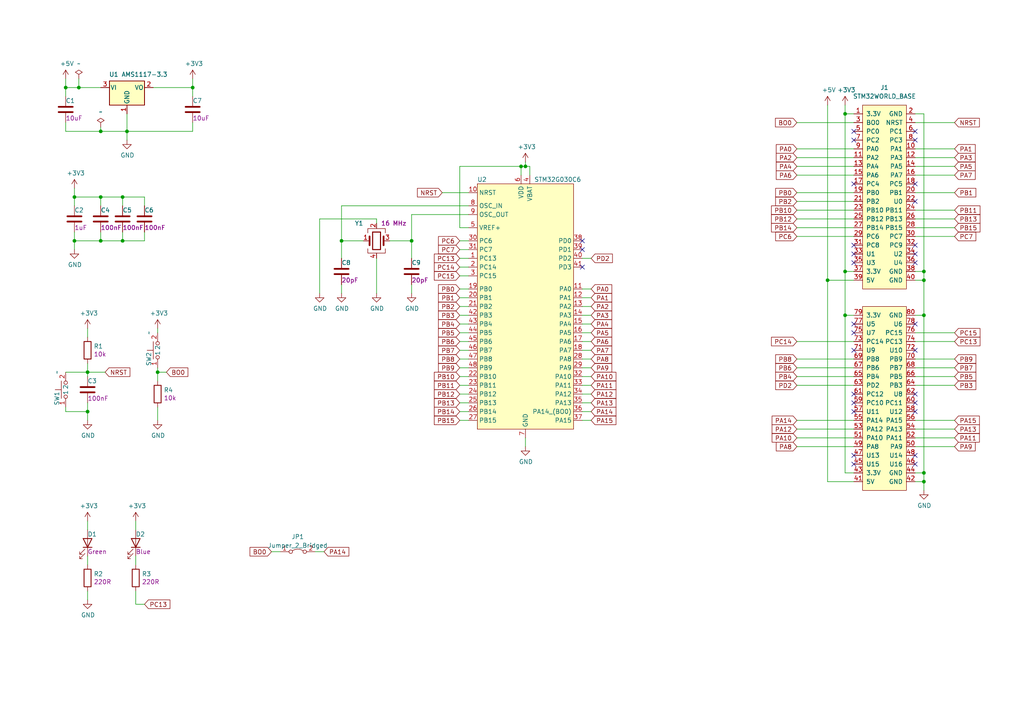
<source format=kicad_sch>
(kicad_sch (version 20211123) (generator eeschema)
  (paper "A4")
  (title_block (title "${TITLE}") (rev "${REVISION}") (company "${COMPANY}") (comment 1 "${AUTHOR}") (comment 2 "${AUTHOR_EMAIL}") (comment 3 "${URL}"))
  (lib_symbols
    (symbol "Jumper:Jumper_2_Bridged" (pin_names (offset 0) hide)
      (property "Reference" "JP" (at 0 1.905 0))
      (property "Value" "Jumper_2_Bridged" (at 0 -2.54 0))
      (symbol "Jumper_2_Bridged_0_0"
        (circle (center -2.032 0) (radius 0.508))
        (circle (center 2.032 0) (radius 0.508))
      )
      (symbol "Jumper_2_Bridged_0_1"
        (arc (start 1.524 0.254) (mid 0 0.762) (end -1.524 0.254))
      )
      (symbol "Jumper_2_Bridged_1_1"
        (pin passive line (at -5.08 0 0) (length 2.54) (name "A") (number "1"))
        (pin passive line (at 5.08 0 180) (length 2.54) (name "B") (number "2"))
      )
    )
    (symbol "power:+3.3V" (power) (pin_names (offset 0))
      (property "Value" "+3.3V" (at 0 3.556 0))
      (symbol "+3.3V_0_1"
        (polyline (pts (xy -0.762 1.27) (xy 0 2.54)))
        (polyline (pts (xy 0 0) (xy 0 2.54)))
        (polyline (pts (xy 0 2.54) (xy 0.762 1.27)))
      )
      (symbol "+3.3V_1_1"
        (pin power_in line (at 0 0 90) (length 0) hide (name "+3V3") (number "1"))
      )
    )
    (symbol "power:+5V" (power) (pin_names (offset 0))
      (property "Value" "+5V" (at 0 3.556 0))
      (symbol "+5V_0_1"
        (polyline (pts (xy -0.762 1.27) (xy 0 2.54)))
        (polyline (pts (xy 0 0) (xy 0 2.54)))
        (polyline (pts (xy 0 2.54) (xy 0.762 1.27)))
      )
      (symbol "+5V_1_1"
        (pin power_in line (at 0 0 90) (length 0) hide (name "+5V") (number "1"))
      )
    )
    (symbol "power:GND" (power) (pin_names (offset 0))
      (property "Value" "GND" (at 0 -3.81 0))
      (symbol "GND_0_1"
        (polyline (pts (xy 0 0) (xy 0 -1.27) (xy 1.27 -1.27) (xy 0 -2.54) (xy -1.27 -1.27) (xy 0 -1.27)))
      )
      (symbol "GND_1_1"
        (pin power_in line (at 0 0 270) (length 0) hide (name "GND") (number "1"))
      )
    )
    (symbol "power:PWR_FLAG" (power) (pin_numbers hide) (pin_names (offset 0) hide)
      (property "Value" "PWR_FLAG" (at 0 3.81 0))
      (symbol "PWR_FLAG_0_0"
        (pin power_out line (at 0 0 90) (length 0) (name "pwr") (number "1"))
      )
      (symbol "PWR_FLAG_0_1"
        (polyline (pts (xy 0 0) (xy 0 1.27) (xy -1.016 1.905) (xy 0 2.54) (xy 1.016 1.905) (xy 0 1.27)))
      )
    )
    (symbol "stm32world:AMS1117-3.3" (pin_names (offset 0.254))
      (property "Reference" "U" (at -3.81 3.175 0))
      (property "Value" "AMS1117-3.3" (at 0 3.175 0))
      (symbol "AMS1117-3.3_0_1"
        (rectangle (start -5.08 -5.08) (end 5.08 1.905) (stroke (width 0.254)) (fill (type background)))
      )
      (symbol "AMS1117-3.3_1_1"
        (pin power_in line (at 0 -7.62 90) (length 2.54) (name "GND") (number "1"))
        (pin power_out line (at 7.62 0 180) (length 2.54) (name "VO") (number "2"))
        (pin power_in line (at -7.62 0 0) (length 2.54) (name "VI") (number "3"))
      )
    )
    (symbol "stm32world:C_100NF_0603" (pin_numbers hide) (pin_names (offset 0.254))
      (property "Reference" "C" (at 0.635 2.54 0))
      (property "Display" "100nF" (at 3.81 -2.54 0))
      (symbol "C_100NF_0603_0_1"
        (polyline (pts (xy -2.032 -0.762) (xy 2.032 -0.762)) (stroke (width 0.508)))
        (polyline (pts (xy -2.032 0.762) (xy 2.032 0.762)) (stroke (width 0.508)))
      )
      (symbol "C_100NF_0603_1_1"
        (pin passive line (at 0 3.81 270) (length 2.794) (name "~") (number "1"))
        (pin passive line (at 0 -3.81 90) (length 2.794) (name "~") (number "2"))
      )
    )
    (symbol "stm32world:C_10UF_0805" (pin_numbers hide) (pin_names (offset 0.254))
      (property "Reference" "C" (at 0.635 2.54 0))
      (property "Display" "10uF" (at 3.81 -2.54 0))
      (symbol "C_10UF_0805_0_1"
        (polyline (pts (xy -2.032 -0.762) (xy 2.032 -0.762)) (stroke (width 0.508)))
        (polyline (pts (xy -2.032 0.762) (xy 2.032 0.762)) (stroke (width 0.508)))
      )
      (symbol "C_10UF_0805_1_1"
        (pin passive line (at 0 3.81 270) (length 2.794) (name "~") (number "1"))
        (pin passive line (at 0 -3.81 90) (length 2.794) (name "~") (number "2"))
      )
    )
    (symbol "stm32world:C_1UF_0603" (pin_numbers hide) (pin_names (offset 0.254))
      (property "Reference" "C" (at 0.635 2.54 0))
      (property "Display" "1uF" (at 3.81 -2.54 0))
      (symbol "C_1UF_0603_0_1"
        (polyline (pts (xy -2.032 -0.762) (xy 2.032 -0.762)) (stroke (width 0.508)))
        (polyline (pts (xy -2.032 0.762) (xy 2.032 0.762)) (stroke (width 0.508)))
      )
      (symbol "C_1UF_0603_1_1"
        (pin passive line (at 0 3.81 270) (length 2.794) (name "~") (number "1"))
        (pin passive line (at 0 -3.81 90) (length 2.794) (name "~") (number "2"))
      )
    )
    (symbol "stm32world:C_20PF_0603" (pin_numbers hide) (pin_names (offset 0.254))
      (property "Reference" "C" (at 0.635 2.54 0))
      (property "Display" "20pF" (at 3.81 -2.54 0))
      (symbol "C_20PF_0603_0_1"
        (polyline (pts (xy -2.032 -0.762) (xy 2.032 -0.762)) (stroke (width 0.508)))
        (polyline (pts (xy -2.032 0.762) (xy 2.032 0.762)) (stroke (width 0.508)))
      )
      (symbol "C_20PF_0603_1_1"
        (pin passive line (at 0 3.81 270) (length 2.794) (name "~") (number "1"))
        (pin passive line (at 0 -3.81 90) (length 2.794) (name "~") (number "2"))
      )
    )
    (symbol "stm32world:LED_BLUE_0603" (pin_numbers hide) (pin_names (offset 1.016) hide)
      (property "Reference" "D" (at -2.54 2.54 0))
      (property "Display" "Blue" (at 2.54 2.54 0))
      (symbol "LED_BLUE_0603_0_1"
        (polyline (pts (xy -1.27 -1.27) (xy -1.27 1.27)) (stroke (width 0.254)))
        (polyline (pts (xy -1.27 0) (xy 1.27 0)))
        (polyline (pts (xy 1.27 -1.27) (xy 1.27 1.27) (xy -1.27 0) (xy 1.27 -1.27)) (stroke (width 0.254)))
        (polyline (pts (xy -3.048 -0.762) (xy -4.572 -2.286) (xy -3.81 -2.286) (xy -4.572 -2.286) (xy -4.572 -1.524)))
        (polyline (pts (xy -1.778 -0.762) (xy -3.302 -2.286) (xy -2.54 -2.286) (xy -3.302 -2.286) (xy -3.302 -1.524)))
      )
      (symbol "LED_BLUE_0603_1_1"
        (pin passive line (at -3.81 0 0) (length 2.54) (name "K") (number "1"))
        (pin passive line (at 3.81 0 180) (length 2.54) (name "A") (number "2"))
      )
    )
    (symbol "stm32world:LED_GREEN_0603" (pin_numbers hide) (pin_names (offset 1.016) hide)
      (property "Reference" "D" (at -2.54 2.54 0))
      (property "Display" "Green" (at 2.54 2.54 0))
      (symbol "LED_GREEN_0603_0_1"
        (polyline (pts (xy -1.27 -1.27) (xy -1.27 1.27)) (stroke (width 0.254)))
        (polyline (pts (xy -1.27 0) (xy 1.27 0)))
        (polyline (pts (xy 1.27 -1.27) (xy 1.27 1.27) (xy -1.27 0) (xy 1.27 -1.27)) (stroke (width 0.254)))
        (polyline (pts (xy -3.048 -0.762) (xy -4.572 -2.286) (xy -3.81 -2.286) (xy -4.572 -2.286) (xy -4.572 -1.524)))
        (polyline (pts (xy -1.778 -0.762) (xy -3.302 -2.286) (xy -2.54 -2.286) (xy -3.302 -2.286) (xy -3.302 -1.524)))
      )
      (symbol "LED_GREEN_0603_1_1"
        (pin passive line (at -3.81 0 0) (length 2.54) (name "K") (number "1"))
        (pin passive line (at 3.81 0 180) (length 2.54) (name "A") (number "2"))
      )
    )
    (symbol "stm32world:R_10K_0603" (pin_numbers hide) (pin_names (offset 0))
      (property "Reference" "R" (at 2.54 2.54 90))
      (property "Display" "10k" (at 2.54 -1.27 90))
      (symbol "R_10K_0603_0_1"
        (rectangle (start -1.016 -2.54) (end 1.016 2.54) (stroke (width 0.254)))
      )
      (symbol "R_10K_0603_1_1"
        (pin passive line (at 0 3.81 270) (length 1.27) (name "~") (number "1"))
        (pin passive line (at 0 -3.81 90) (length 1.27) (name "~") (number "2"))
      )
    )
    (symbol "stm32world:R_220_0603" (pin_numbers hide) (pin_names (offset 0))
      (property "Reference" "R" (at 2.54 2.54 90))
      (property "Display" "220R" (at 2.54 -1.27 90))
      (symbol "R_220_0603_0_1"
        (rectangle (start -1.016 -2.54) (end 1.016 2.54) (stroke (width 0.254)))
      )
      (symbol "R_220_0603_1_1"
        (pin passive line (at 0 3.81 270) (length 1.27) (name "~") (number "1"))
        (pin passive line (at 0 -3.81 90) (length 1.27) (name "~") (number "2"))
      )
    )
    (symbol "stm32world:STM32G030C6"
      (property "Reference" "U" (at -8.89 36.83 0))
      (property "Value" "STM32G030C6" (at 10.16 36.83 0))
      (symbol "STM32G030C6_0_1"
        (rectangle (start -13.97 35.56) (end 13.97 -35.56) (stroke (width 0.1524)) (fill (type background)))
      )
      (symbol "STM32G030C6_1_1"
        (pin bidirectional line (at -16.51 13.97 0) (length 2.54) (name "PC13") (number "1"))
        (pin input line (at -16.51 33.02 0) (length 2.54) (name "NRST") (number "10"))
        (pin bidirectional line (at 16.51 5.08 180) (length 2.54) (name "PA0") (number "11"))
        (pin bidirectional line (at 16.51 2.54 180) (length 2.54) (name "PA1") (number "12"))
        (pin bidirectional line (at 16.51 0 180) (length 2.54) (name "PA2") (number "13"))
        (pin bidirectional line (at 16.51 -2.54 180) (length 2.54) (name "PA3") (number "14"))
        (pin bidirectional line (at 16.51 -5.08 180) (length 2.54) (name "PA4") (number "15"))
        (pin bidirectional line (at 16.51 -7.62 180) (length 2.54) (name "PA5") (number "16"))
        (pin bidirectional line (at 16.51 -10.16 180) (length 2.54) (name "PA6") (number "17"))
        (pin bidirectional line (at 16.51 -12.7 180) (length 2.54) (name "PA7") (number "18"))
        (pin bidirectional line (at -16.51 5.08 0) (length 2.54) (name "PB0") (number "19"))
        (pin bidirectional line (at -16.51 11.43 0) (length 2.54) (name "PC14") (number "2"))
        (pin bidirectional line (at -16.51 2.54 0) (length 2.54) (name "PB1") (number "20"))
        (pin bidirectional line (at -16.51 0 0) (length 2.54) (name "PB2") (number "21"))
        (pin bidirectional line (at -16.51 -20.32 0) (length 2.54) (name "PB10") (number "22"))
        (pin bidirectional line (at -16.51 -22.86 0) (length 2.54) (name "PB11") (number "23"))
        (pin bidirectional line (at -16.51 -25.4 0) (length 2.54) (name "PB12") (number "24"))
        (pin bidirectional line (at -16.51 -27.94 0) (length 2.54) (name "PB13") (number "25"))
        (pin bidirectional line (at -16.51 -30.48 0) (length 2.54) (name "PB14") (number "26"))
        (pin bidirectional line (at -16.51 -33.02 0) (length 2.54) (name "PB15") (number "27"))
        (pin bidirectional line (at 16.51 -15.24 180) (length 2.54) (name "PA8") (number "28"))
        (pin bidirectional line (at 16.51 -17.78 180) (length 2.54) (name "PA9") (number "29"))
        (pin bidirectional line (at -16.51 8.89 0) (length 2.54) (name "PC15") (number "3"))
        (pin bidirectional line (at -16.51 19.05 0) (length 2.54) (name "PC6") (number "30"))
        (pin bidirectional line (at -16.51 16.51 0) (length 2.54) (name "PC7") (number "31"))
        (pin bidirectional line (at 16.51 -20.32 180) (length 2.54) (name "PA10") (number "32"))
        (pin bidirectional line (at 16.51 -22.86 180) (length 2.54) (name "PA11") (number "33"))
        (pin bidirectional line (at 16.51 -25.4 180) (length 2.54) (name "PA12") (number "34"))
        (pin bidirectional line (at 16.51 -27.94 180) (length 2.54) (name "PA13") (number "35"))
        (pin bidirectional line (at 16.51 -30.48 180) (length 2.54) (name "PA14_(BO0)") (number "36"))
        (pin bidirectional line (at 16.51 -33.02 180) (length 2.54) (name "PA15") (number "37"))
        (pin bidirectional line (at 16.51 19.05 180) (length 2.54) (name "PD0") (number "38"))
        (pin bidirectional line (at 16.51 16.51 180) (length 2.54) (name "PD1") (number "39"))
        (pin power_in line (at 1.27 38.1 270) (length 2.54) (name "VBAT") (number "4"))
        (pin bidirectional line (at 16.51 13.97 180) (length 2.54) (name "PD2") (number "40"))
        (pin bidirectional line (at 16.51 11.43 180) (length 2.54) (name "PD3") (number "41"))
        (pin bidirectional line (at -16.51 -2.54 0) (length 2.54) (name "PB3") (number "42"))
        (pin bidirectional line (at -16.51 -5.08 0) (length 2.54) (name "PB4") (number "43"))
        (pin bidirectional line (at -16.51 -7.62 0) (length 2.54) (name "PB5") (number "44"))
        (pin bidirectional line (at -16.51 -10.16 0) (length 2.54) (name "PB6") (number "45"))
        (pin bidirectional line (at -16.51 -12.7 0) (length 2.54) (name "PB7") (number "46"))
        (pin bidirectional line (at -16.51 -15.24 0) (length 2.54) (name "PB8") (number "47"))
        (pin bidirectional line (at -16.51 -17.78 0) (length 2.54) (name "PB9") (number "48"))
        (pin power_in line (at -16.51 22.86 0) (length 2.54) (name "VREF+") (number "5"))
        (pin power_in line (at -1.27 38.1 270) (length 2.54) (name "VDD") (number "6"))
        (pin power_in line (at 0 -38.1 90) (length 2.54) (name "GND") (number "7"))
        (pin input line (at -16.51 29.21 0) (length 2.54) (name "OSC_IN") (number "8"))
        (pin output line (at -16.51 26.67 0) (length 2.54) (name "OSC_OUT") (number "9"))
      )
    )
    (symbol "stm32world:STM32WORLD_BASE" (pin_names (offset 1.016))
      (property "Reference" "J" (at -6.35 57.15 0))
      (property "Value" "STM32WORLD_BASE" (at 10.16 57.15 0))
      (symbol "STM32WORLD_BASE_0_1"
        (rectangle (start -6.35 55.88) (end 6.35 2.54) (fill (type background)))
        (rectangle (start 6.35 -2.54) (end -6.35 -55.88) (fill (type background)))
      )
      (symbol "STM32WORLD_BASE_1_1"
        (pin passive line (at -8.89 53.34 0) (length 2.54) (name "3.3V") (number "1"))
        (pin passive line (at 8.89 43.18 180) (length 2.54) (name "PA1") (number "10"))
        (pin passive line (at -8.89 40.64 0) (length 2.54) (name "PA2") (number "11"))
        (pin passive line (at 8.89 40.64 180) (length 2.54) (name "PA3") (number "12"))
        (pin passive line (at -8.89 38.1 0) (length 2.54) (name "PA4") (number "13"))
        (pin passive line (at 8.89 38.1 180) (length 2.54) (name "PA5") (number "14"))
        (pin passive line (at -8.89 35.56 0) (length 2.54) (name "PA6") (number "15"))
        (pin passive line (at 8.89 35.56 180) (length 2.54) (name "PA7") (number "16"))
        (pin passive line (at -8.89 33.02 0) (length 2.54) (name "PC4") (number "17"))
        (pin passive line (at 8.89 33.02 180) (length 2.54) (name "PC5") (number "18"))
        (pin passive line (at -8.89 30.48 0) (length 2.54) (name "PB0") (number "19"))
        (pin passive line (at 8.89 53.34 180) (length 2.54) (name "GND") (number "2"))
        (pin passive line (at 8.89 30.48 180) (length 2.54) (name "PB1") (number "20"))
        (pin passive line (at -8.89 27.94 0) (length 2.54) (name "PB2") (number "21"))
        (pin passive line (at 8.89 27.94 180) (length 2.54) (name "U0") (number "22"))
        (pin passive line (at -8.89 25.4 0) (length 2.54) (name "PB10") (number "23"))
        (pin passive line (at 8.89 25.4 180) (length 2.54) (name "PB11") (number "24"))
        (pin passive line (at -8.89 22.86 0) (length 2.54) (name "PB12") (number "25"))
        (pin passive line (at 8.89 22.86 180) (length 2.54) (name "PB13") (number "26"))
        (pin passive line (at -8.89 20.32 0) (length 2.54) (name "PB14") (number "27"))
        (pin passive line (at 8.89 20.32 180) (length 2.54) (name "PB15") (number "28"))
        (pin passive line (at -8.89 17.78 0) (length 2.54) (name "PC6") (number "29"))
        (pin passive line (at -8.89 50.8 0) (length 2.54) (name "BO0") (number "3"))
        (pin passive line (at 8.89 17.78 180) (length 2.54) (name "PC7") (number "30"))
        (pin passive line (at -8.89 15.24 0) (length 2.54) (name "PC8") (number "31"))
        (pin passive line (at 8.89 15.24 180) (length 2.54) (name "PC9") (number "32"))
        (pin passive line (at -8.89 12.7 0) (length 2.54) (name "U1") (number "33"))
        (pin passive line (at 8.89 12.7 180) (length 2.54) (name "U2") (number "34"))
        (pin passive line (at -8.89 10.16 0) (length 2.54) (name "U3") (number "35"))
        (pin passive line (at 8.89 10.16 180) (length 2.54) (name "U4") (number "36"))
        (pin passive line (at -8.89 7.62 0) (length 2.54) (name "3.3V") (number "37"))
        (pin passive line (at 8.89 7.62 180) (length 2.54) (name "GND") (number "38"))
        (pin passive line (at -8.89 5.08 0) (length 2.54) (name "5V") (number "39"))
        (pin passive line (at 8.89 50.8 180) (length 2.54) (name "NRST") (number "4"))
        (pin passive line (at 8.89 5.08 180) (length 2.54) (name "GND") (number "40"))
        (pin passive line (at -8.89 -53.34 0) (length 2.54) (name "5V") (number "41"))
        (pin passive line (at 8.89 -53.34 180) (length 2.54) (name "GND") (number "42"))
        (pin passive line (at -8.89 -50.8 0) (length 2.54) (name "3.3V") (number "43"))
        (pin passive line (at 8.89 -50.8 180) (length 2.54) (name "GND") (number "44"))
        (pin passive line (at -8.89 -48.26 0) (length 2.54) (name "U15") (number "45"))
        (pin passive line (at 8.89 -48.26 180) (length 2.54) (name "U16") (number "46"))
        (pin passive line (at -8.89 -45.72 0) (length 2.54) (name "U13") (number "47"))
        (pin passive line (at 8.89 -45.72 180) (length 2.54) (name "U14") (number "48"))
        (pin passive line (at -8.89 -43.18 0) (length 2.54) (name "PA8") (number "49"))
        (pin passive line (at -8.89 48.26 0) (length 2.54) (name "PC0") (number "5"))
        (pin passive line (at 8.89 -43.18 180) (length 2.54) (name "PA9") (number "50"))
        (pin passive line (at -8.89 -40.64 0) (length 2.54) (name "PA10") (number "51"))
        (pin passive line (at 8.89 -40.64 180) (length 2.54) (name "PA11") (number "52"))
        (pin passive line (at -8.89 -38.1 0) (length 2.54) (name "PA12") (number "53"))
        (pin passive line (at 8.89 -38.1 180) (length 2.54) (name "PA13") (number "54"))
        (pin passive line (at -8.89 -35.56 0) (length 2.54) (name "PA14") (number "55"))
        (pin passive line (at 8.89 -35.56 180) (length 2.54) (name "PA15") (number "56"))
        (pin passive line (at -8.89 -33.02 0) (length 2.54) (name "U11") (number "57"))
        (pin passive line (at 8.89 -33.02 180) (length 2.54) (name "U12") (number "58"))
        (pin passive line (at -8.89 -30.48 0) (length 2.54) (name "PC10") (number "59"))
        (pin passive line (at 8.89 48.26 180) (length 2.54) (name "PC1") (number "6"))
        (pin passive line (at 8.89 -30.48 180) (length 2.54) (name "PC11") (number "60"))
        (pin passive line (at -8.89 -27.94 0) (length 2.54) (name "PC12") (number "61"))
        (pin passive line (at 8.89 -27.94 180) (length 2.54) (name "U8") (number "62"))
        (pin passive line (at -8.89 -25.4 0) (length 2.54) (name "PD2") (number "63"))
        (pin passive line (at 8.89 -25.4 180) (length 2.54) (name "PB3") (number "64"))
        (pin passive line (at -8.89 -22.86 0) (length 2.54) (name "PB4") (number "65"))
        (pin passive line (at 8.89 -22.86 180) (length 2.54) (name "PB5") (number "66"))
        (pin passive line (at -8.89 -20.32 0) (length 2.54) (name "PB6") (number "67"))
        (pin passive line (at 8.89 -20.32 180) (length 2.54) (name "PB7") (number "68"))
        (pin passive line (at -8.89 -17.78 0) (length 2.54) (name "PB8") (number "69"))
        (pin passive line (at -8.89 45.72 0) (length 2.54) (name "PC2") (number "7"))
        (pin passive line (at 8.89 -17.78 180) (length 2.54) (name "PB9") (number "70"))
        (pin passive line (at -8.89 -15.24 0) (length 2.54) (name "U9") (number "71"))
        (pin passive line (at 8.89 -15.24 180) (length 2.54) (name "U10") (number "72"))
        (pin passive line (at -8.89 -12.7 0) (length 2.54) (name "PC14") (number "73"))
        (pin passive line (at 8.89 -12.7 180) (length 2.54) (name "PC13") (number "74"))
        (pin passive line (at -8.89 -10.16 0) (length 2.54) (name "U7") (number "75"))
        (pin passive line (at 8.89 -10.16 180) (length 2.54) (name "PC15") (number "76"))
        (pin passive line (at -8.89 -7.62 0) (length 2.54) (name "U5") (number "77"))
        (pin passive line (at 8.89 -7.62 180) (length 2.54) (name "U6") (number "78"))
        (pin passive line (at -8.89 -5.08 0) (length 2.54) (name "3.3V") (number "79"))
        (pin passive line (at 8.89 45.72 180) (length 2.54) (name "PC3") (number "8"))
        (pin passive line (at 8.89 -5.08 180) (length 2.54) (name "GND") (number "80"))
        (pin passive line (at -8.89 43.18 0) (length 2.54) (name "PA0") (number "9"))
      )
    )
    (symbol "stm32world:TS-1088R-02526" (pin_names (offset 1.016))
      (property "Reference" "SW" (at 0 3.81 0))
      (property "Value" "TS-1088R-02526" (at 0 -2.54 0))
      (symbol "TS-1088R-02526_1_1"
        (circle (center -2.032 0) (radius 0.508))
        (polyline (pts (xy 0 1.27) (xy 0 3.048)))
        (polyline (pts (xy 2.54 1.27) (xy -2.54 1.27)))
        (circle (center 2.032 0) (radius 0.508))
        (pin passive line (at -5.08 0 0) (length 2.54) (name "1") (number "1"))
        (pin passive line (at 5.08 0 180) (length 2.54) (name "2") (number "2"))
      )
    )
    (symbol "stm32world:X_16MHZ" (pin_names (offset 1.016) hide)
      (property "Reference" "Y" (at -5.08 5.08 0))
      (property "Display" "16 MHz" (at 5.08 5.08 0))
      (symbol "X_16MHZ_0_1"
        (rectangle (start -1.143 2.54) (end 1.143 -2.54) (stroke (width 0.3048)))
        (polyline (pts (xy -2.54 0) (xy -2.032 0)))
        (polyline (pts (xy -2.032 -1.27) (xy -2.032 1.27)) (stroke (width 0.508)))
        (polyline (pts (xy 0 -3.81) (xy 0 -3.556)))
        (polyline (pts (xy 0 3.556) (xy 0 3.81)))
        (polyline (pts (xy 2.032 -1.27) (xy 2.032 1.27)) (stroke (width 0.508)))
        (polyline (pts (xy 2.032 0) (xy 2.54 0)))
        (polyline (pts (xy -2.54 -2.286) (xy -2.54 -3.556) (xy 2.54 -3.556) (xy 2.54 -2.286)))
        (polyline (pts (xy -2.54 2.286) (xy -2.54 3.556) (xy 2.54 3.556) (xy 2.54 2.286)))
      )
      (symbol "X_16MHZ_1_1"
        (pin passive line (at -3.81 0 0) (length 1.27) (name "1") (number "1"))
        (pin passive line (at 0 5.08 270) (length 1.27) (name "2") (number "2"))
        (pin passive line (at 3.81 0 180) (length 1.27) (name "3") (number "3"))
        (pin passive line (at 0 -5.08 90) (length 1.27) (name "4") (number "4"))
      )
    )
  )
  (junction (at 36.83 38.1))
  (junction (at 19.05 25.4))
  (junction (at 45.72 107.95))
  (junction (at 245.11 33.02))
  (junction (at 99.06 69.85))
  (junction (at 267.97 81.28))
  (junction (at 25.4 119.38))
  (junction (at 29.21 57.15))
  (junction (at 29.21 38.1))
  (junction (at 267.97 137.16))
  (junction (at 119.38 69.85))
  (junction (at 267.97 91.44))
  (junction (at 21.59 69.85))
  (junction (at 267.97 78.74))
  (junction (at 55.88 25.4))
  (junction (at 29.21 69.85))
  (junction (at 245.11 91.44))
  (junction (at 25.4 107.95))
  (junction (at 151.13 48.26))
  (junction (at 245.11 78.74))
  (junction (at 267.97 139.7))
  (junction (at 152.4 48.26))
  (junction (at 35.56 69.85))
  (junction (at 21.59 57.15))
  (junction (at 35.56 57.15))
  (junction (at 22.86 25.4))
  (junction (at 240.03 81.28))
  (no_connect (at 247.65 40.64))
  (no_connect (at 247.65 38.1))
  (no_connect (at 168.91 77.47))
  (no_connect (at 168.91 72.39))
  (no_connect (at 168.91 69.85))
  (no_connect (at 247.65 93.98))
  (no_connect (at 247.65 96.52))
  (no_connect (at 247.65 101.6))
  (no_connect (at 247.65 116.84))
  (no_connect (at 247.65 134.62))
  (no_connect (at 247.65 132.08))
  (no_connect (at 247.65 119.38))
  (no_connect (at 265.43 101.6))
  (no_connect (at 265.43 93.98))
  (no_connect (at 247.65 114.3))
  (no_connect (at 265.43 119.38))
  (no_connect (at 265.43 114.3))
  (no_connect (at 265.43 116.84))
  (no_connect (at 265.43 134.62))
  (no_connect (at 265.43 132.08))
  (no_connect (at 247.65 71.12))
  (no_connect (at 247.65 73.66))
  (no_connect (at 247.65 76.2))
  (no_connect (at 247.65 53.34))
  (no_connect (at 265.43 38.1))
  (no_connect (at 265.43 53.34))
  (no_connect (at 265.43 58.42))
  (no_connect (at 265.43 40.64))
  (no_connect (at 265.43 71.12))
  (no_connect (at 265.43 73.66))
  (no_connect (at 265.43 76.2))
  (wire (pts (xy 109.22 74.93) (xy 109.22 85.09)))
  (wire (pts (xy 231.14 45.72) (xy 247.65 45.72)))
  (wire (pts (xy 41.91 57.15) (xy 35.56 57.15)))
  (wire (pts (xy 25.4 95.25) (xy 25.4 97.79)))
  (wire (pts (xy 231.14 60.96) (xy 247.65 60.96)))
  (wire (pts (xy 265.43 81.28) (xy 267.97 81.28)))
  (wire (pts (xy 231.14 68.58) (xy 247.65 68.58)))
  (wire (pts (xy 133.35 121.92) (xy 135.89 121.92)))
  (wire (pts (xy 133.35 104.14) (xy 135.89 104.14)))
  (wire (pts (xy 231.14 129.54) (xy 247.65 129.54)))
  (wire (pts (xy 265.43 96.52) (xy 276.86 96.52)))
  (wire (pts (xy 99.06 69.85) (xy 99.06 74.93)))
  (wire (pts (xy 45.72 107.95) (xy 45.72 110.49)))
  (wire (pts (xy 133.35 86.36) (xy 135.89 86.36)))
  (wire (pts (xy 265.43 137.16) (xy 267.97 137.16)))
  (wire (pts (xy 133.35 88.9) (xy 135.89 88.9)))
  (wire (pts (xy 133.35 101.6) (xy 135.89 101.6)))
  (wire (pts (xy 109.22 64.77) (xy 109.22 63.5)))
  (wire (pts (xy 29.21 38.1) (xy 36.83 38.1)))
  (wire (pts (xy 29.21 57.15) (xy 29.21 59.69)))
  (wire (pts (xy 133.35 74.93) (xy 135.89 74.93)))
  (wire (pts (xy 267.97 142.24) (xy 267.97 139.7)))
  (wire (pts (xy 21.59 67.31) (xy 21.59 69.85)))
  (wire (pts (xy 168.91 116.84) (xy 171.45 116.84)))
  (wire (pts (xy 30.48 107.95) (xy 25.4 107.95)))
  (wire (pts (xy 265.43 78.74) (xy 267.97 78.74)))
  (wire (pts (xy 35.56 59.69) (xy 35.56 57.15)))
  (wire (pts (xy 267.97 137.16) (xy 267.97 91.44)))
  (wire (pts (xy 133.35 80.01) (xy 135.89 80.01)))
  (wire (pts (xy 29.21 69.85) (xy 29.21 67.31)))
  (wire (pts (xy 267.97 139.7) (xy 267.97 137.16)))
  (wire (pts (xy 41.91 69.85) (xy 41.91 67.31)))
  (wire (pts (xy 133.35 116.84) (xy 135.89 116.84)))
  (wire (pts (xy 133.35 109.22) (xy 135.89 109.22)))
  (wire (pts (xy 265.43 55.88) (xy 276.86 55.88)))
  (wire (pts (xy 119.38 62.23) (xy 119.38 69.85)))
  (wire (pts (xy 21.59 57.15) (xy 29.21 57.15)))
  (wire (pts (xy 265.43 109.22) (xy 276.86 109.22)))
  (wire (pts (xy 39.37 161.29) (xy 39.37 163.83)))
  (wire (pts (xy 133.35 83.82) (xy 135.89 83.82)))
  (wire (pts (xy 21.59 57.15) (xy 21.59 54.61)))
  (wire (pts (xy 133.35 48.26) (xy 151.13 48.26)))
  (wire (pts (xy 36.83 38.1) (xy 55.88 38.1)))
  (wire (pts (xy 133.35 114.3) (xy 135.89 114.3)))
  (wire (pts (xy 231.14 66.04) (xy 247.65 66.04)))
  (wire (pts (xy 231.14 43.18) (xy 247.65 43.18)))
  (wire (pts (xy 267.97 91.44) (xy 267.97 81.28)))
  (wire (pts (xy 119.38 62.23) (xy 135.89 62.23)))
  (wire (pts (xy 240.03 81.28) (xy 240.03 30.48)))
  (wire (pts (xy 168.91 106.68) (xy 171.45 106.68)))
  (wire (pts (xy 133.35 99.06) (xy 135.89 99.06)))
  (wire (pts (xy 135.89 66.04) (xy 133.35 66.04)))
  (wire (pts (xy 265.43 50.8) (xy 276.86 50.8)))
  (wire (pts (xy 99.06 82.55) (xy 99.06 85.09)))
  (wire (pts (xy 21.59 69.85) (xy 29.21 69.85)))
  (wire (pts (xy 133.35 72.39) (xy 135.89 72.39)))
  (wire (pts (xy 245.11 137.16) (xy 247.65 137.16)))
  (wire (pts (xy 240.03 81.28) (xy 247.65 81.28)))
  (wire (pts (xy 265.43 104.14) (xy 276.86 104.14)))
  (wire (pts (xy 231.14 48.26) (xy 247.65 48.26)))
  (wire (pts (xy 133.35 96.52) (xy 135.89 96.52)))
  (wire (pts (xy 39.37 151.13) (xy 39.37 153.67)))
  (wire (pts (xy 133.35 106.68) (xy 135.89 106.68)))
  (wire (pts (xy 133.35 119.38) (xy 135.89 119.38)))
  (wire (pts (xy 25.4 153.67) (xy 25.4 151.13)))
  (wire (pts (xy 168.91 88.9) (xy 171.45 88.9)))
  (wire (pts (xy 55.88 25.4) (xy 55.88 27.94)))
  (wire (pts (xy 133.35 66.04) (xy 133.35 48.26)))
  (wire (pts (xy 245.11 33.02) (xy 245.11 78.74)))
  (wire (pts (xy 265.43 48.26) (xy 276.86 48.26)))
  (wire (pts (xy 245.11 91.44) (xy 245.11 137.16)))
  (wire (pts (xy 231.14 109.22) (xy 247.65 109.22)))
  (wire (pts (xy 265.43 45.72) (xy 276.86 45.72)))
  (wire (pts (xy 231.14 99.06) (xy 247.65 99.06)))
  (wire (pts (xy 22.86 25.4) (xy 29.21 25.4)))
  (wire (pts (xy 25.4 173.99) (xy 25.4 171.45)))
  (wire (pts (xy 29.21 36.83) (xy 29.21 38.1)))
  (wire (pts (xy 245.11 30.48) (xy 245.11 33.02)))
  (wire (pts (xy 25.4 107.95) (xy 25.4 109.22)))
  (wire (pts (xy 265.43 68.58) (xy 276.86 68.58)))
  (wire (pts (xy 153.67 48.26) (xy 153.67 50.8)))
  (wire (pts (xy 265.43 139.7) (xy 267.97 139.7)))
  (wire (pts (xy 109.22 63.5) (xy 92.71 63.5)))
  (wire (pts (xy 133.35 77.47) (xy 135.89 77.47)))
  (wire (pts (xy 168.91 101.6) (xy 171.45 101.6)))
  (wire (pts (xy 245.11 33.02) (xy 247.65 33.02)))
  (wire (pts (xy 35.56 57.15) (xy 29.21 57.15)))
  (wire (pts (xy 128.27 55.88) (xy 135.89 55.88)))
  (wire (pts (xy 267.97 78.74) (xy 267.97 33.02)))
  (wire (pts (xy 231.14 104.14) (xy 247.65 104.14)))
  (wire (pts (xy 25.4 121.92) (xy 25.4 119.38)))
  (wire (pts (xy 21.59 72.39) (xy 21.59 69.85)))
  (wire (pts (xy 265.43 66.04) (xy 276.86 66.04)))
  (wire (pts (xy 265.43 60.96) (xy 276.86 60.96)))
  (wire (pts (xy 168.91 99.06) (xy 171.45 99.06)))
  (wire (pts (xy 41.91 57.15) (xy 41.91 59.69)))
  (wire (pts (xy 265.43 129.54) (xy 276.86 129.54)))
  (wire (pts (xy 99.06 59.69) (xy 99.06 69.85)))
  (wire (pts (xy 19.05 107.95) (xy 25.4 107.95)))
  (wire (pts (xy 168.91 86.36) (xy 171.45 86.36)))
  (wire (pts (xy 133.35 91.44) (xy 135.89 91.44)))
  (wire (pts (xy 19.05 35.56) (xy 19.05 38.1)))
  (wire (pts (xy 41.91 69.85) (xy 35.56 69.85)))
  (wire (pts (xy 247.65 139.7) (xy 240.03 139.7)))
  (wire (pts (xy 265.43 121.92) (xy 276.86 121.92)))
  (wire (pts (xy 22.86 22.86) (xy 22.86 25.4)))
  (wire (pts (xy 245.11 91.44) (xy 247.65 91.44)))
  (wire (pts (xy 19.05 25.4) (xy 19.05 27.94)))
  (wire (pts (xy 21.59 57.15) (xy 21.59 59.69)))
  (wire (pts (xy 55.88 25.4) (xy 55.88 22.86)))
  (wire (pts (xy 265.43 35.56) (xy 276.86 35.56)))
  (wire (pts (xy 99.06 59.69) (xy 135.89 59.69)))
  (wire (pts (xy 245.11 78.74) (xy 247.65 78.74)))
  (wire (pts (xy 133.35 111.76) (xy 135.89 111.76)))
  (wire (pts (xy 168.91 96.52) (xy 171.45 96.52)))
  (wire (pts (xy 267.97 81.28) (xy 267.97 78.74)))
  (wire (pts (xy 231.14 35.56) (xy 247.65 35.56)))
  (wire (pts (xy 231.14 111.76) (xy 247.65 111.76)))
  (wire (pts (xy 35.56 67.31) (xy 35.56 69.85)))
  (wire (pts (xy 19.05 25.4) (xy 19.05 22.86)))
  (wire (pts (xy 240.03 139.7) (xy 240.03 81.28)))
  (wire (pts (xy 265.43 99.06) (xy 276.86 99.06)))
  (wire (pts (xy 168.91 83.82) (xy 171.45 83.82)))
  (wire (pts (xy 19.05 25.4) (xy 22.86 25.4)))
  (wire (pts (xy 267.97 33.02) (xy 265.43 33.02)))
  (wire (pts (xy 119.38 82.55) (xy 119.38 85.09)))
  (wire (pts (xy 105.41 69.85) (xy 99.06 69.85)))
  (wire (pts (xy 168.91 109.22) (xy 171.45 109.22)))
  (wire (pts (xy 231.14 124.46) (xy 247.65 124.46)))
  (wire (pts (xy 152.4 46.99) (xy 152.4 48.26)))
  (wire (pts (xy 265.43 127) (xy 276.86 127)))
  (wire (pts (xy 231.14 121.92) (xy 247.65 121.92)))
  (wire (pts (xy 19.05 38.1) (xy 29.21 38.1)))
  (wire (pts (xy 92.71 63.5) (xy 92.71 85.09)))
  (wire (pts (xy 48.26 107.95) (xy 45.72 107.95)))
  (wire (pts (xy 168.91 93.98) (xy 171.45 93.98)))
  (wire (pts (xy 168.91 119.38) (xy 171.45 119.38)))
  (wire (pts (xy 151.13 50.8) (xy 151.13 48.26)))
  (wire (pts (xy 231.14 50.8) (xy 247.65 50.8)))
  (wire (pts (xy 91.44 160.02) (xy 93.98 160.02)))
  (wire (pts (xy 265.43 124.46) (xy 276.86 124.46)))
  (wire (pts (xy 231.14 106.68) (xy 247.65 106.68)))
  (wire (pts (xy 45.72 118.11) (xy 45.72 121.92)))
  (wire (pts (xy 25.4 163.83) (xy 25.4 161.29)))
  (wire (pts (xy 265.43 91.44) (xy 267.97 91.44)))
  (wire (pts (xy 231.14 58.42) (xy 247.65 58.42)))
  (wire (pts (xy 19.05 119.38) (xy 25.4 119.38)))
  (wire (pts (xy 168.91 121.92) (xy 171.45 121.92)))
  (wire (pts (xy 133.35 93.98) (xy 135.89 93.98)))
  (wire (pts (xy 36.83 33.02) (xy 36.83 38.1)))
  (wire (pts (xy 152.4 48.26) (xy 153.67 48.26)))
  (wire (pts (xy 35.56 69.85) (xy 29.21 69.85)))
  (wire (pts (xy 168.91 74.93) (xy 171.45 74.93)))
  (wire (pts (xy 151.13 48.26) (xy 152.4 48.26)))
  (wire (pts (xy 245.11 78.74) (xy 245.11 91.44)))
  (wire (pts (xy 265.43 43.18) (xy 276.86 43.18)))
  (wire (pts (xy 55.88 35.56) (xy 55.88 38.1)))
  (wire (pts (xy 39.37 175.26) (xy 41.91 175.26)))
  (wire (pts (xy 25.4 119.38) (xy 25.4 116.84)))
  (wire (pts (xy 231.14 63.5) (xy 247.65 63.5)))
  (wire (pts (xy 133.35 69.85) (xy 135.89 69.85)))
  (wire (pts (xy 265.43 111.76) (xy 276.86 111.76)))
  (wire (pts (xy 44.45 25.4) (xy 55.88 25.4)))
  (wire (pts (xy 168.91 104.14) (xy 171.45 104.14)))
  (wire (pts (xy 45.72 95.25) (xy 45.72 96.52)))
  (wire (pts (xy 45.72 106.68) (xy 45.72 107.95)))
  (wire (pts (xy 168.91 114.3) (xy 171.45 114.3)))
  (wire (pts (xy 168.91 111.76) (xy 171.45 111.76)))
  (wire (pts (xy 152.4 127) (xy 152.4 129.54)))
  (wire (pts (xy 25.4 105.41) (xy 25.4 107.95)))
  (wire (pts (xy 119.38 69.85) (xy 119.38 74.93)))
  (wire (pts (xy 231.14 55.88) (xy 247.65 55.88)))
  (wire (pts (xy 168.91 91.44) (xy 171.45 91.44)))
  (wire (pts (xy 265.43 106.68) (xy 276.86 106.68)))
  (wire (pts (xy 39.37 171.45) (xy 39.37 175.26)))
  (wire (pts (xy 36.83 40.64) (xy 36.83 38.1)))
  (wire (pts (xy 265.43 63.5) (xy 276.86 63.5)))
  (wire (pts (xy 113.03 69.85) (xy 119.38 69.85)))
  (wire (pts (xy 231.14 127) (xy 247.65 127)))
  (wire (pts (xy 19.05 118.11) (xy 19.05 119.38)))
  (wire (pts (xy 78.74 160.02) (xy 81.28 160.02)))
  (global_label "PA6" (shape input) (at 171.45 99.06 0) (property "Intersheet References" "${INTERSHEET_REFS}" (effects hide)))
  (global_label "PA3" (shape input) (at 276.86 45.72 0) (property "Intersheet References" "${INTERSHEET_REFS}" (effects hide)))
  (global_label "PA7" (shape input) (at 171.45 101.6 0) (property "Intersheet References" "${INTERSHEET_REFS}" (effects hide)))
  (global_label "PA12" (shape input) (at 231.14 124.46 180) (property "Intersheet References" "${INTERSHEET_REFS}" (effects hide)))
  (global_label "PA10" (shape input) (at 171.45 109.22 0) (property "Intersheet References" "${INTERSHEET_REFS}" (effects hide)))
  (global_label "PA11" (shape input) (at 171.45 111.76 0) (property "Intersheet References" "${INTERSHEET_REFS}" (effects hide)))
  (global_label "PB6" (shape input) (at 231.14 106.68 180) (property "Intersheet References" "${INTERSHEET_REFS}" (effects hide)))
  (global_label "PC13" (shape input) (at 41.91 175.26 0) (property "Intersheet References" "${INTERSHEET_REFS}" (effects hide)))
  (global_label "PA0" (shape input) (at 231.14 43.18 180) (property "Intersheet References" "${INTERSHEET_REFS}" (effects hide)))
  (global_label "PB1" (shape input) (at 133.35 86.36 180) (property "Intersheet References" "${INTERSHEET_REFS}" (effects hide)))
  (global_label "PB15" (shape input) (at 133.35 121.92 180) (property "Intersheet References" "${INTERSHEET_REFS}" (effects hide)))
  (global_label "PA9" (shape input) (at 171.45 106.68 0) (property "Intersheet References" "${INTERSHEET_REFS}" (effects hide)))
  (global_label "PB3" (shape input) (at 133.35 91.44 180) (property "Intersheet References" "${INTERSHEET_REFS}" (effects hide)))
  (global_label "PA4" (shape input) (at 171.45 93.98 0) (property "Intersheet References" "${INTERSHEET_REFS}" (effects hide)))
  (global_label "PC6" (shape input) (at 231.14 68.58 180) (property "Intersheet References" "${INTERSHEET_REFS}" (effects hide)))
  (global_label "PA2" (shape input) (at 171.45 88.9 0) (property "Intersheet References" "${INTERSHEET_REFS}" (effects hide)))
  (global_label "PB0" (shape input) (at 231.14 55.88 180) (property "Intersheet References" "${INTERSHEET_REFS}" (effects hide)))
  (global_label "PB13" (shape input) (at 276.86 63.5 0) (property "Intersheet References" "${INTERSHEET_REFS}" (effects hide)))
  (global_label "PB14" (shape input) (at 231.14 66.04 180) (property "Intersheet References" "${INTERSHEET_REFS}" (effects hide)))
  (global_label "PB3" (shape input) (at 276.86 111.76 0) (property "Intersheet References" "${INTERSHEET_REFS}" (effects hide)))
  (global_label "PB9" (shape input) (at 133.35 106.68 180) (property "Intersheet References" "${INTERSHEET_REFS}" (effects hide)))
  (global_label "PA13" (shape input) (at 276.86 124.46 0) (property "Intersheet References" "${INTERSHEET_REFS}" (effects hide)))
  (global_label "PA14" (shape input) (at 93.98 160.02 0) (property "Intersheet References" "${INTERSHEET_REFS}" (effects hide)))
  (global_label "PA3" (shape input) (at 171.45 91.44 0) (property "Intersheet References" "${INTERSHEET_REFS}" (effects hide)))
  (global_label "PA0" (shape input) (at 171.45 83.82 0) (property "Intersheet References" "${INTERSHEET_REFS}" (effects hide)))
  (global_label "PC6" (shape input) (at 133.35 69.85 180) (property "Intersheet References" "${INTERSHEET_REFS}" (effects hide)))
  (global_label "PC15" (shape input) (at 133.35 80.01 180) (property "Intersheet References" "${INTERSHEET_REFS}" (effects hide)))
  (global_label "PB2" (shape input) (at 231.14 58.42 180) (property "Intersheet References" "${INTERSHEET_REFS}" (effects hide)))
  (global_label "BO0" (shape input) (at 231.14 35.56 180) (property "Intersheet References" "${INTERSHEET_REFS}" (effects hide)))
  (global_label "NRST" (shape input) (at 276.86 35.56 0) (property "Intersheet References" "${INTERSHEET_REFS}" (effects hide)))
  (global_label "PA6" (shape input) (at 231.14 50.8 180) (property "Intersheet References" "${INTERSHEET_REFS}" (effects hide)))
  (global_label "PB5" (shape input) (at 276.86 109.22 0) (property "Intersheet References" "${INTERSHEET_REFS}" (effects hide)))
  (global_label "PA1" (shape input) (at 276.86 43.18 0) (property "Intersheet References" "${INTERSHEET_REFS}" (effects hide)))
  (global_label "PB10" (shape input) (at 231.14 60.96 180) (property "Intersheet References" "${INTERSHEET_REFS}" (effects hide)))
  (global_label "PC13" (shape input) (at 276.86 99.06 0) (property "Intersheet References" "${INTERSHEET_REFS}" (effects hide)))
  (global_label "PB8" (shape input) (at 133.35 104.14 180) (property "Intersheet References" "${INTERSHEET_REFS}" (effects hide)))
  (global_label "PA14" (shape input) (at 231.14 121.92 180) (property "Intersheet References" "${INTERSHEET_REFS}" (effects hide)))
  (global_label "PB12" (shape input) (at 231.14 63.5 180) (property "Intersheet References" "${INTERSHEET_REFS}" (effects hide)))
  (global_label "PB10" (shape input) (at 133.35 109.22 180) (property "Intersheet References" "${INTERSHEET_REFS}" (effects hide)))
  (global_label "PA9" (shape input) (at 276.86 129.54 0) (property "Intersheet References" "${INTERSHEET_REFS}" (effects hide)))
  (global_label "PB12" (shape input) (at 133.35 114.3 180) (property "Intersheet References" "${INTERSHEET_REFS}" (effects hide)))
  (global_label "PB6" (shape input) (at 133.35 99.06 180) (property "Intersheet References" "${INTERSHEET_REFS}" (effects hide)))
  (global_label "BO0" (shape input) (at 48.26 107.95 0) (property "Intersheet References" "${INTERSHEET_REFS}" (effects hide)))
  (global_label "BO0" (shape input) (at 78.74 160.02 180) (property "Intersheet References" "${INTERSHEET_REFS}" (effects hide)))
  (global_label "PA4" (shape input) (at 231.14 48.26 180) (property "Intersheet References" "${INTERSHEET_REFS}" (effects hide)))
  (global_label "PB13" (shape input) (at 133.35 116.84 180) (property "Intersheet References" "${INTERSHEET_REFS}" (effects hide)))
  (global_label "PC14" (shape input) (at 231.14 99.06 180) (property "Intersheet References" "${INTERSHEET_REFS}" (effects hide)))
  (global_label "PB11" (shape input) (at 133.35 111.76 180) (property "Intersheet References" "${INTERSHEET_REFS}" (effects hide)))
  (global_label "PA11" (shape input) (at 276.86 127 0) (property "Intersheet References" "${INTERSHEET_REFS}" (effects hide)))
  (global_label "PB8" (shape input) (at 231.14 104.14 180) (property "Intersheet References" "${INTERSHEET_REFS}" (effects hide)))
  (global_label "PB9" (shape input) (at 276.86 104.14 0) (property "Intersheet References" "${INTERSHEET_REFS}" (effects hide)))
  (global_label "PA8" (shape input) (at 231.14 129.54 180) (property "Intersheet References" "${INTERSHEET_REFS}" (effects hide)))
  (global_label "PA8" (shape input) (at 171.45 104.14 0) (property "Intersheet References" "${INTERSHEET_REFS}" (effects hide)))
  (global_label "PC14" (shape input) (at 133.35 77.47 180) (property "Intersheet References" "${INTERSHEET_REFS}" (effects hide)))
  (global_label "PC7" (shape input) (at 133.35 72.39 180) (property "Intersheet References" "${INTERSHEET_REFS}" (effects hide)))
  (global_label "PA5" (shape input) (at 171.45 96.52 0) (property "Intersheet References" "${INTERSHEET_REFS}" (effects hide)))
  (global_label "PB4" (shape input) (at 133.35 93.98 180) (property "Intersheet References" "${INTERSHEET_REFS}" (effects hide)))
  (global_label "PB2" (shape input) (at 133.35 88.9 180) (property "Intersheet References" "${INTERSHEET_REFS}" (effects hide)))
  (global_label "PA14" (shape input) (at 171.45 119.38 0) (property "Intersheet References" "${INTERSHEET_REFS}" (effects hide)))
  (global_label "PA15" (shape input) (at 276.86 121.92 0) (property "Intersheet References" "${INTERSHEET_REFS}" (effects hide)))
  (global_label "PA7" (shape input) (at 276.86 50.8 0) (property "Intersheet References" "${INTERSHEET_REFS}" (effects hide)))
  (global_label "PB0" (shape input) (at 133.35 83.82 180) (property "Intersheet References" "${INTERSHEET_REFS}" (effects hide)))
  (global_label "PD2" (shape input) (at 231.14 111.76 180) (property "Intersheet References" "${INTERSHEET_REFS}" (effects hide)))
  (global_label "PC13" (shape input) (at 133.35 74.93 180) (property "Intersheet References" "${INTERSHEET_REFS}" (effects hide)))
  (global_label "PB7" (shape input) (at 276.86 106.68 0) (property "Intersheet References" "${INTERSHEET_REFS}" (effects hide)))
  (global_label "PB1" (shape input) (at 276.86 55.88 0) (property "Intersheet References" "${INTERSHEET_REFS}" (effects hide)))
  (global_label "PA13" (shape input) (at 171.45 116.84 0) (property "Intersheet References" "${INTERSHEET_REFS}" (effects hide)))
  (global_label "PA12" (shape input) (at 171.45 114.3 0) (property "Intersheet References" "${INTERSHEET_REFS}" (effects hide)))
  (global_label "PB15" (shape input) (at 276.86 66.04 0) (property "Intersheet References" "${INTERSHEET_REFS}" (effects hide)))
  (global_label "NRST" (shape input) (at 128.27 55.88 180) (property "Intersheet References" "${INTERSHEET_REFS}" (effects hide)))
  (global_label "PA5" (shape input) (at 276.86 48.26 0) (property "Intersheet References" "${INTERSHEET_REFS}" (effects hide)))
  (global_label "PB11" (shape input) (at 276.86 60.96 0) (property "Intersheet References" "${INTERSHEET_REFS}" (effects hide)))
  (global_label "PC7" (shape input) (at 276.86 68.58 0) (property "Intersheet References" "${INTERSHEET_REFS}" (effects hide)))
  (global_label "NRST" (shape input) (at 30.48 107.95 0) (property "Intersheet References" "${INTERSHEET_REFS}" (effects hide)))
  (global_label "PA15" (shape input) (at 171.45 121.92 0) (property "Intersheet References" "${INTERSHEET_REFS}" (effects hide)))
  (global_label "PA10" (shape input) (at 231.14 127 180) (property "Intersheet References" "${INTERSHEET_REFS}" (effects hide)))
  (global_label "PA2" (shape input) (at 231.14 45.72 180) (property "Intersheet References" "${INTERSHEET_REFS}" (effects hide)))
  (global_label "PD2" (shape input) (at 171.45 74.93 0) (property "Intersheet References" "${INTERSHEET_REFS}" (effects hide)))
  (global_label "PA1" (shape input) (at 171.45 86.36 0) (property "Intersheet References" "${INTERSHEET_REFS}" (effects hide)))
  (global_label "PB4" (shape input) (at 231.14 109.22 180) (property "Intersheet References" "${INTERSHEET_REFS}" (effects hide)))
  (global_label "PB14" (shape input) (at 133.35 119.38 180) (property "Intersheet References" "${INTERSHEET_REFS}" (effects hide)))
  (global_label "PB7" (shape input) (at 133.35 101.6 180) (property "Intersheet References" "${INTERSHEET_REFS}" (effects hide)))
  (global_label "PC15" (shape input) (at 276.86 96.52 0) (property "Intersheet References" "${INTERSHEET_REFS}" (effects hide)))
  (global_label "PB5" (shape input) (at 133.35 96.52 180) (property "Intersheet References" "${INTERSHEET_REFS}" (effects hide)))
  (symbol (lib_id "stm32world:C_100NF_0603") (at 29.21 63.5 0) (unit 1)
    (property "Reference" "C4" (at 29.21 60.96 0) (effects (justify left)))
    (property "Value" "100nF" (effects hide))
    (property "Footprint" "Capacitor_SMD:C_0603_1608Metric" (effects hide))
    (property "Display" "100nF" (at 29.21 66.04 0) (effects (justify left)))
    (property "LCSC" "C14663" (effects hide))
  )
  (symbol (lib_id "stm32world:C_10UF_0805") (at 55.88 31.75 0) (unit 1)
    (property "Reference" "C7" (at 55.88 29.21 0) (effects (justify left)))
    (property "Value" "10uF" (effects hide))
    (property "Footprint" "Capacitor_SMD:C_0805_2012Metric" (effects hide))
    (property "Display" "10uF" (at 55.88 34.29 0) (effects (justify left)))
    (property "LCSC" "C15850" (effects hide))
  )
  (symbol (lib_id "stm32world:R_10K_0603") (at 45.72 114.3 0) (unit 1)
    (property "Reference" "R4" (at 47.498 113.1316 0) (effects (justify left)))
    (property "Value" "10k" (effects hide))
    (property "Footprint" "Resistor_SMD:R_0603_1608Metric" (effects hide))
    (property "Display" "10k" (at 47.498 115.443 0) (effects (justify left)))
    (property "LCSC" "C25804" (effects hide))
  )
  (symbol (lib_id "power:GND") (at 119.38 85.09 0) (unit 1)
    (property "Reference" "#PWR016" (effects hide))
    (property "Value" "GND" (at 119.507 89.4842 0))
  )
  (symbol (lib_id "power:GND") (at 25.4 173.99 0) (unit 1)
    (property "Reference" "#PWR07" (effects hide))
    (property "Value" "GND" (at 25.527 178.3842 0))
  )
  (symbol (lib_id "stm32world:TS-1088R-02526") (at 45.72 101.6 90) (unit 1)
    (property "Reference" "SW2" (at 43.18 104.14 0))
    (property "Value" "~" (at 43.18 96.52 0))
    (property "Footprint" "stm32world:TS-1088R-02526" (effects hide))
    (property "Datasheet" "https://datasheet.lcsc.com/szlcsc/1912111437_XUNPU-TS-1088R-02526_C455281.pdf" (effects hide))
    (property "LCSC" "C455281" (effects hide))
  )
  (symbol (lib_id "power:+5V") (at 19.05 22.86 0) (unit 1)
    (property "Reference" "#PWR01" (effects hide))
    (property "Value" "+5V" (at 19.431 18.4658 0))
  )
  (symbol (lib_id "power:GND") (at 92.71 85.09 0) (unit 1)
    (property "Reference" "#PWR013" (effects hide))
    (property "Value" "GND" (at 92.837 89.4842 0))
  )
  (symbol (lib_id "power:+3.3V") (at 55.88 22.86 0) (unit 1)
    (property "Reference" "#PWR012" (effects hide))
    (property "Value" "+3.3V" (at 56.261 18.4658 0))
  )
  (symbol (lib_id "stm32world:AMS1117-3.3") (at 36.83 25.4 0) (unit 1)
    (property "Reference" "U1" (at 33.02 21.59 0))
    (property "Value" "AMS1117-3.3" (at 41.91 21.59 0))
    (property "Footprint" "Package_TO_SOT_SMD:SOT-223-3_TabPin2" (effects hide))
    (property "Datasheet" "https://datasheet.lcsc.com/lcsc/1811142212_Advanced-Monolithic-Systems-AMS1117-3-3_C6186.pdf" (effects hide))
    (property "LCSC" "C6186" (effects hide))
  )
  (symbol (lib_id "power:+3.3V") (at 39.37 151.13 0) (unit 1)
    (property "Reference" "#PWR09" (effects hide))
    (property "Value" "+3.3V" (at 39.751 146.7358 0))
  )
  (symbol (lib_id "stm32world:R_220_0603") (at 25.4 167.64 0) (unit 1)
    (property "Reference" "R2" (at 27.178 166.4716 0) (effects (justify left)))
    (property "Value" "220R" (effects hide))
    (property "Footprint" "Resistor_SMD:R_0603_1608Metric" (effects hide))
    (property "Display" "220R" (at 27.178 168.783 0) (effects (justify left)))
    (property "LCSC" "C22962" (effects hide))
  )
  (symbol (lib_id "stm32world:C_100NF_0603") (at 41.91 63.5 0) (unit 1)
    (property "Reference" "C6" (at 41.91 60.96 0) (effects (justify left)))
    (property "Value" "100nF" (effects hide))
    (property "Footprint" "Capacitor_SMD:C_0603_1608Metric" (effects hide))
    (property "Display" "100nF" (at 41.91 66.04 0) (effects (justify left)))
    (property "LCSC" "C14663" (effects hide))
  )
  (symbol (lib_id "power:GND") (at 45.72 121.92 0) (unit 1)
    (property "Reference" "#PWR011" (effects hide))
    (property "Value" "GND" (at 45.847 126.3142 0))
  )
  (symbol (lib_id "power:PWR_FLAG") (at 29.21 36.83 0) (unit 1)
    (property "Reference" "#FLG02" (effects hide))
    (property "Value" "~" (at 29.21 32.4358 0))
  )
  (symbol (lib_id "stm32world:C_20PF_0603") (at 119.38 78.74 0) (unit 1)
    (property "Reference" "C9" (at 119.38 76.2 0) (effects (justify left)))
    (property "Value" "20pF" (effects hide))
    (property "Footprint" "Capacitor_SMD:C_0603_1608Metric" (effects hide))
    (property "Display" "20pF" (at 119.38 81.28 0) (effects (justify left)))
    (property "LCSC" "C1648" (effects hide))
  )
  (symbol (lib_id "power:GND") (at 267.97 142.24 0) (unit 1)
    (property "Reference" "#PWR021" (effects hide))
    (property "Value" "GND" (at 268.097 146.6342 0))
  )
  (symbol (lib_id "stm32world:LED_BLUE_0603") (at 39.37 157.48 270) (mirror x) (unit 1)
    (property "Reference" "D2" (at 39.37 154.94 90) (effects (justify left)))
    (property "Value" "BL" (effects hide))
    (property "Footprint" "LED_SMD:LED_0603_1608Metric" (effects hide))
    (property "Display" "Blue" (at 39.37 160.02 90) (effects (justify left)))
    (property "LCSC" "C72041" (effects hide))
  )
  (symbol (lib_id "stm32world:C_100NF_0603") (at 25.4 113.03 0) (unit 1)
    (property "Reference" "C3" (at 25.4 110.49 0) (effects (justify left)))
    (property "Value" "100nF" (effects hide))
    (property "Footprint" "Capacitor_SMD:C_0603_1608Metric" (effects hide))
    (property "Display" "100nF" (at 25.4 115.57 0) (effects (justify left)))
    (property "LCSC" "C14663" (effects hide))
  )
  (symbol (lib_id "power:+3.3V") (at 25.4 95.25 0) (unit 1)
    (property "Reference" "#PWR04" (effects hide))
    (property "Value" "+3.3V" (at 25.781 90.8558 0))
  )
  (symbol (lib_id "power:+3.3V") (at 45.72 95.25 0) (unit 1)
    (property "Reference" "#PWR010" (effects hide))
    (property "Value" "+3.3V" (at 46.101 90.8558 0))
  )
  (symbol (lib_id "Jumper:Jumper_2_Bridged") (at 86.36 160.02 0) (unit 1)
    (property "Reference" "JP1" (at 86.36 155.6852 0))
    (property "Value" "Jumper_2_Bridged" (at 86.36 158.2221 0))
    (property "Footprint" "Jumper:SolderJumper-2_P1.3mm_Bridged2Bar_Pad1.0x1.5mm" (effects hide))
  )
  (symbol (lib_id "power:GND") (at 36.83 40.64 0) (unit 1)
    (property "Reference" "#PWR08" (effects hide))
    (property "Value" "GND" (at 36.957 45.0342 0))
  )
  (symbol (lib_id "stm32world:C_100NF_0603") (at 35.56 63.5 0) (unit 1)
    (property "Reference" "C5" (at 35.56 60.96 0) (effects (justify left)))
    (property "Value" "100nF" (effects hide))
    (property "Footprint" "Capacitor_SMD:C_0603_1608Metric" (effects hide))
    (property "Display" "100nF" (at 35.56 66.04 0) (effects (justify left)))
    (property "LCSC" "C14663" (effects hide))
  )
  (symbol (lib_id "stm32world:C_10UF_0805") (at 19.05 31.75 0) (unit 1)
    (property "Reference" "C1" (at 19.05 29.21 0) (effects (justify left)))
    (property "Value" "10uF" (effects hide))
    (property "Footprint" "Capacitor_SMD:C_0805_2012Metric" (effects hide))
    (property "Display" "10uF" (at 19.05 34.29 0) (effects (justify left)))
    (property "LCSC" "C15850" (effects hide))
  )
  (symbol (lib_id "stm32world:STM32G030C6") (at 152.4 88.9 0) (unit 1)
    (property "Reference" "U2" (at 138.43 52.07 0) (effects (justify left)))
    (property "Value" "STM32G030C6" (at 154.94 52.07 0) (effects (justify left)))
    (property "Footprint" "Package_QFP:LQFP-48_7x7mm_P0.5mm" (effects hide))
    (property "Datasheet" "https://datasheet.lcsc.com/lcsc/2005192134_STMicroelectronics-STM32G030C6T6_C529328.pdf" (effects hide))
    (property "LCSC" "C529328" (effects hide))
  )
  (symbol (lib_id "power:GND") (at 25.4 121.92 0) (unit 1)
    (property "Reference" "#PWR05" (effects hide))
    (property "Value" "GND" (at 25.527 126.3142 0))
  )
  (symbol (lib_id "stm32world:LED_GREEN_0603") (at 25.4 157.48 270) (mirror x) (unit 1)
    (property "Reference" "D1" (at 25.4 154.94 90) (effects (justify left)))
    (property "Value" "GR" (effects hide))
    (property "Footprint" "LED_SMD:LED_0603_1608Metric" (effects hide))
    (property "Display" "Green" (at 25.4 160.02 90) (effects (justify left)))
    (property "LCSC" "C72043" (effects hide))
  )
  (symbol (lib_id "stm32world:X_16MHZ") (at 109.22 69.85 0) (unit 1)
    (property "Reference" "Y1" (at 102.87 64.77 0) (effects (justify left)))
    (property "Value" "X_16MHZ" (effects hide))
    (property "Footprint" "Crystal:Crystal_SMD_3225-4Pin_3.2x2.5mm" (effects hide))
    (property "Datasheet" "https://datasheet.lcsc.com/szlcsc/Yangxing-Tech-X322516MLB4SI_C13738.pdf" (effects hide))
    (property "LCSC" "C13738" (effects hide))
    (property "Display" "16 MHz" (at 110.49 64.77 0) (effects (justify left)))
  )
  (symbol (lib_id "power:+5V") (at 240.03 30.48 0) (unit 1)
    (property "Reference" "#PWR019" (effects hide))
    (property "Value" "+5V" (at 240.411 26.0858 0))
  )
  (symbol (lib_id "power:PWR_FLAG") (at 22.86 22.86 0) (unit 1)
    (property "Reference" "#FLG01" (effects hide))
    (property "Value" "~" (at 22.86 18.4658 0))
  )
  (symbol (lib_id "power:+3.3V") (at 25.4 151.13 0) (unit 1)
    (property "Reference" "#PWR06" (effects hide))
    (property "Value" "+3.3V" (at 25.781 146.7358 0))
  )
  (symbol (lib_id "power:GND") (at 99.06 85.09 0) (unit 1)
    (property "Reference" "#PWR014" (effects hide))
    (property "Value" "GND" (at 99.187 89.4842 0))
  )
  (symbol (lib_id "power:GND") (at 109.22 85.09 0) (unit 1)
    (property "Reference" "#PWR015" (effects hide))
    (property "Value" "GND" (at 109.347 89.4842 0))
  )
  (symbol (lib_id "stm32world:TS-1088R-02526") (at 19.05 113.03 90) (unit 1)
    (property "Reference" "SW1" (at 16.51 115.57 0))
    (property "Value" "~" (at 16.51 107.95 0))
    (property "Footprint" "stm32world:TS-1088R-02526" (effects hide))
    (property "Datasheet" "https://datasheet.lcsc.com/szlcsc/1912111437_XUNPU-TS-1088R-02526_C455281.pdf" (effects hide))
    (property "LCSC" "C455281" (effects hide))
  )
  (symbol (lib_id "stm32world:R_220_0603") (at 39.37 167.64 0) (unit 1)
    (property "Reference" "R3" (at 41.148 166.4716 0) (effects (justify left)))
    (property "Value" "220R" (effects hide))
    (property "Footprint" "Resistor_SMD:R_0603_1608Metric" (effects hide))
    (property "Display" "220R" (at 41.148 168.783 0) (effects (justify left)))
    (property "LCSC" "C22962" (effects hide))
  )
  (symbol (lib_id "power:+3.3V") (at 245.11 30.48 0) (unit 1)
    (property "Reference" "#PWR020" (effects hide))
    (property "Value" "+3.3V" (at 245.491 26.0858 0))
  )
  (symbol (lib_id "power:+3.3V") (at 21.59 54.61 0) (unit 1)
    (property "Reference" "#PWR02" (effects hide))
    (property "Value" "+3.3V" (at 21.971 50.2158 0))
  )
  (symbol (lib_id "stm32world:C_20PF_0603") (at 99.06 78.74 0) (unit 1)
    (property "Reference" "C8" (at 99.06 76.2 0) (effects (justify left)))
    (property "Value" "20pF" (effects hide))
    (property "Footprint" "Capacitor_SMD:C_0603_1608Metric" (effects hide))
    (property "Display" "20pF" (at 99.06 81.28 0) (effects (justify left)))
    (property "LCSC" "C1648" (effects hide))
  )
  (symbol (lib_id "power:GND") (at 152.4 129.54 0) (unit 1)
    (property "Reference" "#PWR018" (effects hide))
    (property "Value" "GND" (at 152.527 133.9342 0))
  )
  (symbol (lib_id "power:GND") (at 21.59 72.39 0) (unit 1)
    (property "Reference" "#PWR03" (effects hide))
    (property "Value" "GND" (at 21.717 76.7842 0))
  )
  (symbol (lib_id "power:+3.3V") (at 152.4 46.99 0) (unit 1)
    (property "Reference" "#PWR017" (effects hide))
    (property "Value" "+3.3V" (at 152.781 42.5958 0))
  )
  (symbol (lib_id "stm32world:R_10K_0603") (at 25.4 101.6 0) (unit 1)
    (property "Reference" "R1" (at 27.178 100.4316 0) (effects (justify left)))
    (property "Value" "10k" (effects hide))
    (property "Footprint" "Resistor_SMD:R_0603_1608Metric" (effects hide))
    (property "Display" "10k" (at 27.178 102.743 0) (effects (justify left)))
    (property "LCSC" "C25804" (effects hide))
  )
  (symbol (lib_id "stm32world:STM32WORLD_BASE") (at 256.54 86.36 0) (unit 1)
    (property "Reference" "J1" (at 256.54 25.4 0))
    (property "Value" "STM32WORLD_BASE" (at 256.54 27.94 0))
    (property "Footprint" "stm32world:STM32WORLD_BASE" (effects hide))
  )
  (symbol (lib_id "stm32world:C_1UF_0603") (at 21.59 63.5 0) (unit 1)
    (property "Reference" "C2" (at 21.59 60.96 0) (effects (justify left)))
    (property "Value" "1uF" (effects hide))
    (property "Footprint" "Capacitor_SMD:C_0603_1608Metric" (effects hide))
    (property "Display" "1uF" (at 21.59 66.04 0) (effects (justify left)))
    (property "LCSC" "C15849" (effects hide))
  )
)
</source>
